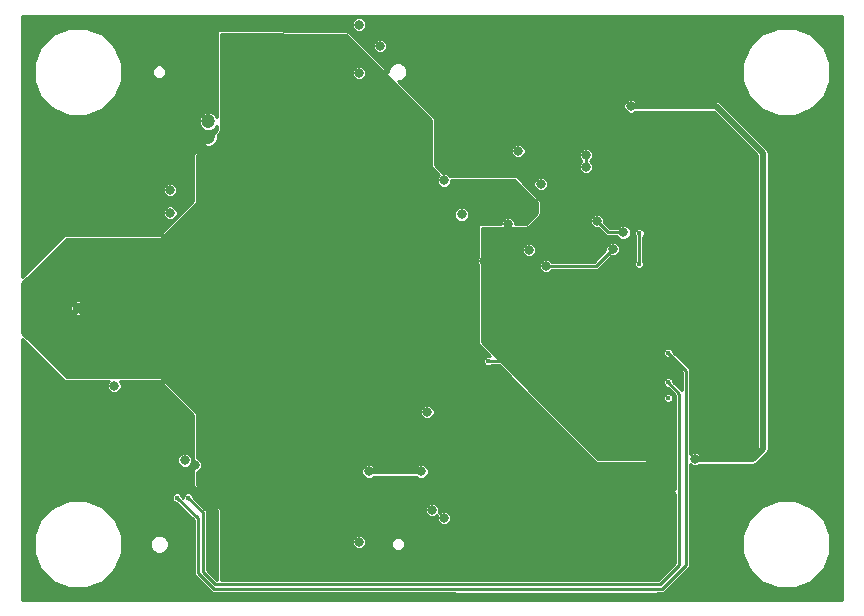
<source format=gbl>
From e1753aa3e0994796d0db7c77f835b1439eb1f3e5 Mon Sep 17 00:00:00 2001
From: jaseg <git-bigdata-wsl-arch@jaseg.de>
Date: Wed, 17 Feb 2021 20:05:32 +0100
Subject: v0.3

---
 frontend_board/gerber.out/frontend_board-B.Cu.gbl | 2268 ---------------------
 1 file changed, 2268 deletions(-)
 delete mode 100644 frontend_board/gerber.out/frontend_board-B.Cu.gbl

(limited to 'frontend_board/gerber.out/frontend_board-B.Cu.gbl')

diff --git a/frontend_board/gerber.out/frontend_board-B.Cu.gbl b/frontend_board/gerber.out/frontend_board-B.Cu.gbl
deleted file mode 100644
index 07bdb2b..0000000
--- a/frontend_board/gerber.out/frontend_board-B.Cu.gbl
+++ /dev/null
@@ -1,2268 +0,0 @@
-G04 #@! TF.GenerationSoftware,KiCad,Pcbnew,(5.0.1)*
-G04 #@! TF.CreationDate,2018-11-27T11:23:15+09:00*
-G04 #@! TF.ProjectId,frontend_board,66726F6E74656E645F626F6172642E6B,rev?*
-G04 #@! TF.SameCoordinates,Original*
-G04 #@! TF.FileFunction,Copper,L4,Bot,Signal*
-G04 #@! TF.FilePolarity,Positive*
-%FSLAX46Y46*%
-G04 Gerber Fmt 4.6, Leading zero omitted, Abs format (unit mm)*
-G04 Created by KiCad (PCBNEW (5.0.1)) date Tue Nov 27 11:23:15 2018*
-%MOMM*%
-%LPD*%
-G01*
-G04 APERTURE LIST*
-G04 #@! TA.AperFunction,ComponentPad*
-%ADD10C,0.900000*%
-G04 #@! TD*
-G04 #@! TA.AperFunction,ViaPad*
-%ADD11C,0.800000*%
-G04 #@! TD*
-G04 #@! TA.AperFunction,ViaPad*
-%ADD12C,0.450000*%
-G04 #@! TD*
-G04 #@! TA.AperFunction,ViaPad*
-%ADD13C,1.200000*%
-G04 #@! TD*
-G04 #@! TA.AperFunction,Conductor*
-%ADD14C,0.508000*%
-G04 #@! TD*
-G04 #@! TA.AperFunction,Conductor*
-%ADD15C,0.254000*%
-G04 #@! TD*
-G04 APERTURE END LIST*
-D10*
-G04 #@! TO.P,REF\002A\002A,1*
-G04 #@! TO.N,VSSA*
-X115000000Y-115000000D03*
-G04 #@! TD*
-D11*
-G04 #@! TO.N,*
-X140600000Y-92800000D03*
-X152300000Y-101700000D03*
-G04 #@! TO.N,VDDA*
-X122837552Y-106937552D03*
-X145000000Y-132100000D03*
-X138800000Y-134800000D03*
-X146000000Y-132800000D03*
-X138800000Y-95100000D03*
-X154200000Y-104500000D03*
-X147500000Y-107074600D03*
-X138800000Y-91000000D03*
-X146000000Y-104200000D03*
-X144600000Y-123800000D03*
-G04 #@! TO.N,VSSA*
-X122800000Y-105000000D03*
-X156500000Y-135725000D03*
-X156500000Y-133400000D03*
-X145775000Y-137175000D03*
-X147000000Y-132000000D03*
-D12*
-X144475000Y-100375000D03*
-D13*
-X142100000Y-137175000D03*
-D12*
-X127600000Y-135625000D03*
-X129200000Y-135625000D03*
-X130800000Y-135625000D03*
-X132400000Y-135625000D03*
-X134000000Y-135625000D03*
-X135600000Y-135625000D03*
-X137200000Y-135625000D03*
-X128400000Y-94500000D03*
-X130000000Y-94500000D03*
-X131600000Y-94500000D03*
-X133200000Y-94500000D03*
-X134800000Y-94500000D03*
-X136400000Y-94500000D03*
-X137550000Y-94500000D03*
-D11*
-X139900000Y-95100000D03*
-X122300000Y-115000000D03*
-X146300000Y-110900000D03*
-X147700000Y-110900000D03*
-X154000000Y-126600000D03*
-X156500000Y-134600000D03*
-X144000000Y-135000000D03*
-X139600000Y-131000000D03*
-X139600000Y-99000000D03*
-X151600000Y-121800000D03*
-X151600000Y-128800000D03*
-X150000000Y-128800000D03*
-X148000000Y-125600000D03*
-X146400000Y-122400000D03*
-D12*
-X141750000Y-103000000D03*
-X152750000Y-107250000D03*
-X151500000Y-104500000D03*
-X150250000Y-107000000D03*
-X150250000Y-104500000D03*
-X149000000Y-104500000D03*
-X147500000Y-104500000D03*
-X146250000Y-107750000D03*
-X144500000Y-119250000D03*
-X147000000Y-119250000D03*
-X146000000Y-119250000D03*
-D11*
-G04 #@! TO.N,GNDD*
-X118100000Y-123000000D03*
-X124900000Y-128300000D03*
-D13*
-X126054000Y-100527003D03*
-D11*
-X162800000Y-101400000D03*
-X159800000Y-101600000D03*
-X150600000Y-99700000D03*
-X154700000Y-103000000D03*
-X151417448Y-107917448D03*
-X149400000Y-111000000D03*
-X154400000Y-108100000D03*
-D12*
-X149750000Y-119500000D03*
-X154000000Y-118750000D03*
-D13*
-X166750000Y-103500000D03*
-X179000000Y-103500000D03*
-D11*
-G04 #@! TO.N,VDD*
-X118100000Y-121600000D03*
-X158025000Y-102075000D03*
-X158025000Y-103075000D03*
-D12*
-X165000000Y-122625000D03*
-D13*
-X126054000Y-99200000D03*
-D11*
-X124054000Y-127900000D03*
-X153200000Y-110100000D03*
-G04 #@! TO.N,+BATT*
-X167275000Y-127800000D03*
-X161825000Y-97925000D03*
-G04 #@! TO.N,/BIAS*
-X139637552Y-128837448D03*
-X144087448Y-128837448D03*
-G04 #@! TO.N,/ADS_GPIO1*
-X158975000Y-107649998D03*
-X161200000Y-108600000D03*
-D12*
-G04 #@! TO.N,/ADS_SCLK_DR*
-X162550000Y-108650000D03*
-X162525000Y-111250000D03*
-D11*
-G04 #@! TO.N,/ADS_NDRDY_DR*
-X154675000Y-111450000D03*
-X160300000Y-110000000D03*
-D12*
-G04 #@! TO.N,/SDA_PT*
-X123400000Y-131050000D03*
-X165000000Y-118800000D03*
-G04 #@! TO.N,/SCL_PT*
-X165000000Y-121300000D03*
-X124357202Y-131050000D03*
-G04 #@! TD*
-D14*
-G04 #@! TO.N,VSSA*
-X141750000Y-103000000D02*
-X141850000Y-103000000D01*
-X141850000Y-103000000D02*
-X144475000Y-100375000D01*
-X137200000Y-135625000D02*
-X140550000Y-135625000D01*
-X140550000Y-135625000D02*
-X142100000Y-137175000D01*
-X129200000Y-135625000D02*
-X127600000Y-135625000D01*
-X132400000Y-135625000D02*
-X130800000Y-135625000D01*
-X135600000Y-135625000D02*
-X134000000Y-135625000D01*
-X130000000Y-94500000D02*
-X128400000Y-94500000D01*
-X133200000Y-94500000D02*
-X131600000Y-94500000D01*
-X136400000Y-94500000D02*
-X134800000Y-94500000D01*
-D15*
-X115000000Y-115000000D02*
-X122300000Y-115000000D01*
-G04 #@! TO.N,GNDD*
-X149750000Y-119500000D02*
-X153250000Y-119500000D01*
-X153250000Y-119500000D02*
-X154000000Y-118750000D01*
-G04 #@! TO.N,VDD*
-X158025000Y-103075000D02*
-X158025000Y-102075000D01*
-D14*
-G04 #@! TO.N,+BATT*
-X173025000Y-126950000D02*
-X172175000Y-127800000D01*
-X172175000Y-127800000D02*
-X167275000Y-127800000D01*
-X173025000Y-101875000D02*
-X173025000Y-126950000D01*
-X169075000Y-97925000D02*
-X173025000Y-101875000D01*
-X161825000Y-97925000D02*
-X169075000Y-97925000D01*
-G04 #@! TO.N,/BIAS*
-X144087448Y-128837448D02*
-X139637552Y-128837448D01*
-D15*
-G04 #@! TO.N,/ADS_GPIO1*
-X159374999Y-108049997D02*
-X158975000Y-107649998D01*
-X159925002Y-108600000D02*
-X159374999Y-108049997D01*
-X161200000Y-108600000D02*
-X159925002Y-108600000D01*
-G04 #@! TO.N,/ADS_SCLK_DR*
-X162525000Y-111250000D02*
-X162525000Y-108675000D01*
-X162525000Y-108675000D02*
-X162550000Y-108650000D01*
-G04 #@! TO.N,/ADS_NDRDY_DR*
-X160300000Y-110000000D02*
-X158850000Y-111450000D01*
-X158850000Y-111450000D02*
-X154675000Y-111450000D01*
-G04 #@! TO.N,/SDA_PT*
-X125150000Y-137438829D02*
-X125150000Y-132800000D01*
-X125150000Y-132800000D02*
-X123400000Y-131050000D01*
-X164438828Y-138800000D02*
-X126511171Y-138800000D01*
-X126511171Y-138800000D02*
-X125150000Y-137438829D01*
-X166500000Y-120300000D02*
-X166500000Y-136738828D01*
-X166500000Y-136738828D02*
-X164438828Y-138800000D01*
-X165000000Y-118800000D02*
-X166500000Y-120300000D01*
-G04 #@! TO.N,/SCL_PT*
-X165950000Y-136750000D02*
-X165950000Y-122250000D01*
-X165950000Y-122250000D02*
-X165000000Y-121300000D01*
-X164300000Y-138400000D02*
-X165950000Y-136750000D01*
-X126650000Y-138400000D02*
-X164300000Y-138400000D01*
-X125600000Y-137350000D02*
-X126650000Y-138400000D01*
-X125600000Y-132292798D02*
-X125600000Y-137350000D01*
-X124357202Y-131050000D02*
-X125600000Y-132292798D01*
-G04 #@! TD*
-G04 #@! TO.N,VSSA*
-G36*
-X137746908Y-91926514D02*
-X144873000Y-99052606D01*
-X144873000Y-103000000D01*
-X144882667Y-103048601D01*
-X144910197Y-103089803D01*
-X145574620Y-103754226D01*
-X145477781Y-103851064D01*
-X145384000Y-104077470D01*
-X145384000Y-104322530D01*
-X145477781Y-104548936D01*
-X145651064Y-104722219D01*
-X145877470Y-104816000D01*
-X146122530Y-104816000D01*
-X146348936Y-104722219D01*
-X146522219Y-104548936D01*
-X146616000Y-104322530D01*
-X146616000Y-104127000D01*
-X151947394Y-104127000D01*
-X153873000Y-106052606D01*
-X153873000Y-106947394D01*
-X152947394Y-107873000D01*
-X152033448Y-107873000D01*
-X152033448Y-107794918D01*
-X151939667Y-107568512D01*
-X151766384Y-107395229D01*
-X151539978Y-107301448D01*
-X151294918Y-107301448D01*
-X151068512Y-107395229D01*
-X150895229Y-107568512D01*
-X150801448Y-107794918D01*
-X150801448Y-107873000D01*
-X149000000Y-107873000D01*
-X148951399Y-107882667D01*
-X148910197Y-107910197D01*
-X148882667Y-107951399D01*
-X148873000Y-108000000D01*
-X148873000Y-110662606D01*
-X148784000Y-110877470D01*
-X148784000Y-111122530D01*
-X148873000Y-111337394D01*
-X148873000Y-118000000D01*
-X148882667Y-118048601D01*
-X148910197Y-118089803D01*
-X149908861Y-119088467D01*
-X149837720Y-119059000D01*
-X149662280Y-119059000D01*
-X149500193Y-119126138D01*
-X149376138Y-119250193D01*
-X149309000Y-119412280D01*
-X149309000Y-119587720D01*
-X149376138Y-119749807D01*
-X149500193Y-119873862D01*
-X149662280Y-119941000D01*
-X149837720Y-119941000D01*
-X149999807Y-119873862D01*
-X150030669Y-119843000D01*
-X150663394Y-119843000D01*
-X158910197Y-128089803D01*
-X158951399Y-128117333D01*
-X159000000Y-128127000D01*
-X162947394Y-128127000D01*
-X165607000Y-130786606D01*
-X165607000Y-136607924D01*
-X164157926Y-138057000D01*
-X127127000Y-138057000D01*
-X127127000Y-134677470D01*
-X138184000Y-134677470D01*
-X138184000Y-134922530D01*
-X138277781Y-135148936D01*
-X138451064Y-135322219D01*
-X138677470Y-135416000D01*
-X138922530Y-135416000D01*
-X139148936Y-135322219D01*
-X139322219Y-135148936D01*
-X139416000Y-134922530D01*
-X139416000Y-134877470D01*
-X141484000Y-134877470D01*
-X141484000Y-135122530D01*
-X141577781Y-135348936D01*
-X141751064Y-135522219D01*
-X141977470Y-135616000D01*
-X142222530Y-135616000D01*
-X142448936Y-135522219D01*
-X142622219Y-135348936D01*
-X142716000Y-135122530D01*
-X142716000Y-134877470D01*
-X142622219Y-134651064D01*
-X142448936Y-134477781D01*
-X142222530Y-134384000D01*
-X141977470Y-134384000D01*
-X141751064Y-134477781D01*
-X141577781Y-134651064D01*
-X141484000Y-134877470D01*
-X139416000Y-134877470D01*
-X139416000Y-134677470D01*
-X139322219Y-134451064D01*
-X139148936Y-134277781D01*
-X138922530Y-134184000D01*
-X138677470Y-134184000D01*
-X138451064Y-134277781D01*
-X138277781Y-134451064D01*
-X138184000Y-134677470D01*
-X127127000Y-134677470D01*
-X127127000Y-132000000D01*
-X127122519Y-131977470D01*
-X144384000Y-131977470D01*
-X144384000Y-132222530D01*
-X144477781Y-132448936D01*
-X144651064Y-132622219D01*
-X144877470Y-132716000D01*
-X145122530Y-132716000D01*
-X145348936Y-132622219D01*
-X145447863Y-132523292D01*
-X145384000Y-132677470D01*
-X145384000Y-132922530D01*
-X145477781Y-133148936D01*
-X145651064Y-133322219D01*
-X145877470Y-133416000D01*
-X146122530Y-133416000D01*
-X146348936Y-133322219D01*
-X146522219Y-133148936D01*
-X146616000Y-132922530D01*
-X146616000Y-132677470D01*
-X146522219Y-132451064D01*
-X146348936Y-132277781D01*
-X146122530Y-132184000D01*
-X145877470Y-132184000D01*
-X145651064Y-132277781D01*
-X145552137Y-132376708D01*
-X145616000Y-132222530D01*
-X145616000Y-131977470D01*
-X145522219Y-131751064D01*
-X145348936Y-131577781D01*
-X145122530Y-131484000D01*
-X144877470Y-131484000D01*
-X144651064Y-131577781D01*
-X144477781Y-131751064D01*
-X144384000Y-131977470D01*
-X127122519Y-131977470D01*
-X127117333Y-131951399D01*
-X127089803Y-131910197D01*
-X125127000Y-129947394D01*
-X125127000Y-128872727D01*
-X125248936Y-128822219D01*
-X125356237Y-128714918D01*
-X139021552Y-128714918D01*
-X139021552Y-128959978D01*
-X139115333Y-129186384D01*
-X139288616Y-129359667D01*
-X139515022Y-129453448D01*
-X139760082Y-129453448D01*
-X139986488Y-129359667D01*
-X140038707Y-129307448D01*
-X143686293Y-129307448D01*
-X143738512Y-129359667D01*
-X143964918Y-129453448D01*
-X144209978Y-129453448D01*
-X144436384Y-129359667D01*
-X144609667Y-129186384D01*
-X144703448Y-128959978D01*
-X144703448Y-128714918D01*
-X144609667Y-128488512D01*
-X144436384Y-128315229D01*
-X144209978Y-128221448D01*
-X143964918Y-128221448D01*
-X143738512Y-128315229D01*
-X143686293Y-128367448D01*
-X140038707Y-128367448D01*
-X139986488Y-128315229D01*
-X139760082Y-128221448D01*
-X139515022Y-128221448D01*
-X139288616Y-128315229D01*
-X139115333Y-128488512D01*
-X139021552Y-128714918D01*
-X125356237Y-128714918D01*
-X125422219Y-128648936D01*
-X125516000Y-128422530D01*
-X125516000Y-128177470D01*
-X125422219Y-127951064D01*
-X125248936Y-127777781D01*
-X125127000Y-127727273D01*
-X125127000Y-124000000D01*
-X125117333Y-123951399D01*
-X125089803Y-123910197D01*
-X124857076Y-123677470D01*
-X143984000Y-123677470D01*
-X143984000Y-123922530D01*
-X144077781Y-124148936D01*
-X144251064Y-124322219D01*
-X144477470Y-124416000D01*
-X144722530Y-124416000D01*
-X144948936Y-124322219D01*
-X145122219Y-124148936D01*
-X145216000Y-123922530D01*
-X145216000Y-123677470D01*
-X145122219Y-123451064D01*
-X144948936Y-123277781D01*
-X144722530Y-123184000D01*
-X144477470Y-123184000D01*
-X144251064Y-123277781D01*
-X144077781Y-123451064D01*
-X143984000Y-123677470D01*
-X124857076Y-123677470D01*
-X122089803Y-120910197D01*
-X122048601Y-120882667D01*
-X122000000Y-120873000D01*
-X114052606Y-120873000D01*
-X110291000Y-117111394D01*
-X110291000Y-115522559D01*
-X114657046Y-115522559D01*
-X114710654Y-115614317D01*
-X114967768Y-115678283D01*
-X115229789Y-115638986D01*
-X115289346Y-115614317D01*
-X115342954Y-115522559D01*
-X115000000Y-115179605D01*
-X114657046Y-115522559D01*
-X110291000Y-115522559D01*
-X110291000Y-114967768D01*
-X114321717Y-114967768D01*
-X114361014Y-115229789D01*
-X114385683Y-115289346D01*
-X114477441Y-115342954D01*
-X114820395Y-115000000D01*
-X115179605Y-115000000D01*
-X115522559Y-115342954D01*
-X115614317Y-115289346D01*
-X115678283Y-115032232D01*
-X115638986Y-114770211D01*
-X115614317Y-114710654D01*
-X115522559Y-114657046D01*
-X115179605Y-115000000D01*
-X114820395Y-115000000D01*
-X114477441Y-114657046D01*
-X114385683Y-114710654D01*
-X114321717Y-114967768D01*
-X110291000Y-114967768D01*
-X110291000Y-114477441D01*
-X114657046Y-114477441D01*
-X115000000Y-114820395D01*
-X115342954Y-114477441D01*
-X115289346Y-114385683D01*
-X115032232Y-114321717D01*
-X114770211Y-114361014D01*
-X114710654Y-114385683D01*
-X114657046Y-114477441D01*
-X110291000Y-114477441D01*
-X110291000Y-112888606D01*
-X114052606Y-109127000D01*
-X122000000Y-109127000D01*
-X122048601Y-109117333D01*
-X122089803Y-109089803D01*
-X124227536Y-106952070D01*
-X146884000Y-106952070D01*
-X146884000Y-107197130D01*
-X146977781Y-107423536D01*
-X147151064Y-107596819D01*
-X147377470Y-107690600D01*
-X147622530Y-107690600D01*
-X147848936Y-107596819D01*
-X148022219Y-107423536D01*
-X148116000Y-107197130D01*
-X148116000Y-106952070D01*
-X148022219Y-106725664D01*
-X147848936Y-106552381D01*
-X147622530Y-106458600D01*
-X147377470Y-106458600D01*
-X147151064Y-106552381D01*
-X146977781Y-106725664D01*
-X146884000Y-106952070D01*
-X124227536Y-106952070D01*
-X125089803Y-106089803D01*
-X125117333Y-106048601D01*
-X125127000Y-106000000D01*
-X125127000Y-102052606D01*
-X125852737Y-101326869D01*
-X125891688Y-101343003D01*
-X126216312Y-101343003D01*
-X126516227Y-101218774D01*
-X126745771Y-100989230D01*
-X126870000Y-100689315D01*
-X126870000Y-100364691D01*
-X126853866Y-100325740D01*
-X127089803Y-100089803D01*
-X127117333Y-100048601D01*
-X127127000Y-100000000D01*
-X127127000Y-94977470D01*
-X138184000Y-94977470D01*
-X138184000Y-95222530D01*
-X138277781Y-95448936D01*
-X138451064Y-95622219D01*
-X138677470Y-95716000D01*
-X138922530Y-95716000D01*
-X139148936Y-95622219D01*
-X139322219Y-95448936D01*
-X139416000Y-95222530D01*
-X139416000Y-94977470D01*
-X139322219Y-94751064D01*
-X139148936Y-94577781D01*
-X138922530Y-94484000D01*
-X138677470Y-94484000D01*
-X138451064Y-94577781D01*
-X138277781Y-94751064D01*
-X138184000Y-94977470D01*
-X127127000Y-94977470D01*
-X127127000Y-91828182D01*
-X137746908Y-91926514D01*
-X137746908Y-91926514D01*
-G37*
-X137746908Y-91926514D02*
-X144873000Y-99052606D01*
-X144873000Y-103000000D01*
-X144882667Y-103048601D01*
-X144910197Y-103089803D01*
-X145574620Y-103754226D01*
-X145477781Y-103851064D01*
-X145384000Y-104077470D01*
-X145384000Y-104322530D01*
-X145477781Y-104548936D01*
-X145651064Y-104722219D01*
-X145877470Y-104816000D01*
-X146122530Y-104816000D01*
-X146348936Y-104722219D01*
-X146522219Y-104548936D01*
-X146616000Y-104322530D01*
-X146616000Y-104127000D01*
-X151947394Y-104127000D01*
-X153873000Y-106052606D01*
-X153873000Y-106947394D01*
-X152947394Y-107873000D01*
-X152033448Y-107873000D01*
-X152033448Y-107794918D01*
-X151939667Y-107568512D01*
-X151766384Y-107395229D01*
-X151539978Y-107301448D01*
-X151294918Y-107301448D01*
-X151068512Y-107395229D01*
-X150895229Y-107568512D01*
-X150801448Y-107794918D01*
-X150801448Y-107873000D01*
-X149000000Y-107873000D01*
-X148951399Y-107882667D01*
-X148910197Y-107910197D01*
-X148882667Y-107951399D01*
-X148873000Y-108000000D01*
-X148873000Y-110662606D01*
-X148784000Y-110877470D01*
-X148784000Y-111122530D01*
-X148873000Y-111337394D01*
-X148873000Y-118000000D01*
-X148882667Y-118048601D01*
-X148910197Y-118089803D01*
-X149908861Y-119088467D01*
-X149837720Y-119059000D01*
-X149662280Y-119059000D01*
-X149500193Y-119126138D01*
-X149376138Y-119250193D01*
-X149309000Y-119412280D01*
-X149309000Y-119587720D01*
-X149376138Y-119749807D01*
-X149500193Y-119873862D01*
-X149662280Y-119941000D01*
-X149837720Y-119941000D01*
-X149999807Y-119873862D01*
-X150030669Y-119843000D01*
-X150663394Y-119843000D01*
-X158910197Y-128089803D01*
-X158951399Y-128117333D01*
-X159000000Y-128127000D01*
-X162947394Y-128127000D01*
-X165607000Y-130786606D01*
-X165607000Y-136607924D01*
-X164157926Y-138057000D01*
-X127127000Y-138057000D01*
-X127127000Y-134677470D01*
-X138184000Y-134677470D01*
-X138184000Y-134922530D01*
-X138277781Y-135148936D01*
-X138451064Y-135322219D01*
-X138677470Y-135416000D01*
-X138922530Y-135416000D01*
-X139148936Y-135322219D01*
-X139322219Y-135148936D01*
-X139416000Y-134922530D01*
-X139416000Y-134877470D01*
-X141484000Y-134877470D01*
-X141484000Y-135122530D01*
-X141577781Y-135348936D01*
-X141751064Y-135522219D01*
-X141977470Y-135616000D01*
-X142222530Y-135616000D01*
-X142448936Y-135522219D01*
-X142622219Y-135348936D01*
-X142716000Y-135122530D01*
-X142716000Y-134877470D01*
-X142622219Y-134651064D01*
-X142448936Y-134477781D01*
-X142222530Y-134384000D01*
-X141977470Y-134384000D01*
-X141751064Y-134477781D01*
-X141577781Y-134651064D01*
-X141484000Y-134877470D01*
-X139416000Y-134877470D01*
-X139416000Y-134677470D01*
-X139322219Y-134451064D01*
-X139148936Y-134277781D01*
-X138922530Y-134184000D01*
-X138677470Y-134184000D01*
-X138451064Y-134277781D01*
-X138277781Y-134451064D01*
-X138184000Y-134677470D01*
-X127127000Y-134677470D01*
-X127127000Y-132000000D01*
-X127122519Y-131977470D01*
-X144384000Y-131977470D01*
-X144384000Y-132222530D01*
-X144477781Y-132448936D01*
-X144651064Y-132622219D01*
-X144877470Y-132716000D01*
-X145122530Y-132716000D01*
-X145348936Y-132622219D01*
-X145447863Y-132523292D01*
-X145384000Y-132677470D01*
-X145384000Y-132922530D01*
-X145477781Y-133148936D01*
-X145651064Y-133322219D01*
-X145877470Y-133416000D01*
-X146122530Y-133416000D01*
-X146348936Y-133322219D01*
-X146522219Y-133148936D01*
-X146616000Y-132922530D01*
-X146616000Y-132677470D01*
-X146522219Y-132451064D01*
-X146348936Y-132277781D01*
-X146122530Y-132184000D01*
-X145877470Y-132184000D01*
-X145651064Y-132277781D01*
-X145552137Y-132376708D01*
-X145616000Y-132222530D01*
-X145616000Y-131977470D01*
-X145522219Y-131751064D01*
-X145348936Y-131577781D01*
-X145122530Y-131484000D01*
-X144877470Y-131484000D01*
-X144651064Y-131577781D01*
-X144477781Y-131751064D01*
-X144384000Y-131977470D01*
-X127122519Y-131977470D01*
-X127117333Y-131951399D01*
-X127089803Y-131910197D01*
-X125127000Y-129947394D01*
-X125127000Y-128872727D01*
-X125248936Y-128822219D01*
-X125356237Y-128714918D01*
-X139021552Y-128714918D01*
-X139021552Y-128959978D01*
-X139115333Y-129186384D01*
-X139288616Y-129359667D01*
-X139515022Y-129453448D01*
-X139760082Y-129453448D01*
-X139986488Y-129359667D01*
-X140038707Y-129307448D01*
-X143686293Y-129307448D01*
-X143738512Y-129359667D01*
-X143964918Y-129453448D01*
-X144209978Y-129453448D01*
-X144436384Y-129359667D01*
-X144609667Y-129186384D01*
-X144703448Y-128959978D01*
-X144703448Y-128714918D01*
-X144609667Y-128488512D01*
-X144436384Y-128315229D01*
-X144209978Y-128221448D01*
-X143964918Y-128221448D01*
-X143738512Y-128315229D01*
-X143686293Y-128367448D01*
-X140038707Y-128367448D01*
-X139986488Y-128315229D01*
-X139760082Y-128221448D01*
-X139515022Y-128221448D01*
-X139288616Y-128315229D01*
-X139115333Y-128488512D01*
-X139021552Y-128714918D01*
-X125356237Y-128714918D01*
-X125422219Y-128648936D01*
-X125516000Y-128422530D01*
-X125516000Y-128177470D01*
-X125422219Y-127951064D01*
-X125248936Y-127777781D01*
-X125127000Y-127727273D01*
-X125127000Y-124000000D01*
-X125117333Y-123951399D01*
-X125089803Y-123910197D01*
-X124857076Y-123677470D01*
-X143984000Y-123677470D01*
-X143984000Y-123922530D01*
-X144077781Y-124148936D01*
-X144251064Y-124322219D01*
-X144477470Y-124416000D01*
-X144722530Y-124416000D01*
-X144948936Y-124322219D01*
-X145122219Y-124148936D01*
-X145216000Y-123922530D01*
-X145216000Y-123677470D01*
-X145122219Y-123451064D01*
-X144948936Y-123277781D01*
-X144722530Y-123184000D01*
-X144477470Y-123184000D01*
-X144251064Y-123277781D01*
-X144077781Y-123451064D01*
-X143984000Y-123677470D01*
-X124857076Y-123677470D01*
-X122089803Y-120910197D01*
-X122048601Y-120882667D01*
-X122000000Y-120873000D01*
-X114052606Y-120873000D01*
-X110291000Y-117111394D01*
-X110291000Y-115522559D01*
-X114657046Y-115522559D01*
-X114710654Y-115614317D01*
-X114967768Y-115678283D01*
-X115229789Y-115638986D01*
-X115289346Y-115614317D01*
-X115342954Y-115522559D01*
-X115000000Y-115179605D01*
-X114657046Y-115522559D01*
-X110291000Y-115522559D01*
-X110291000Y-114967768D01*
-X114321717Y-114967768D01*
-X114361014Y-115229789D01*
-X114385683Y-115289346D01*
-X114477441Y-115342954D01*
-X114820395Y-115000000D01*
-X115179605Y-115000000D01*
-X115522559Y-115342954D01*
-X115614317Y-115289346D01*
-X115678283Y-115032232D01*
-X115638986Y-114770211D01*
-X115614317Y-114710654D01*
-X115522559Y-114657046D01*
-X115179605Y-115000000D01*
-X114820395Y-115000000D01*
-X114477441Y-114657046D01*
-X114385683Y-114710654D01*
-X114321717Y-114967768D01*
-X110291000Y-114967768D01*
-X110291000Y-114477441D01*
-X114657046Y-114477441D01*
-X115000000Y-114820395D01*
-X115342954Y-114477441D01*
-X115289346Y-114385683D01*
-X115032232Y-114321717D01*
-X114770211Y-114361014D01*
-X114710654Y-114385683D01*
-X114657046Y-114477441D01*
-X110291000Y-114477441D01*
-X110291000Y-112888606D01*
-X114052606Y-109127000D01*
-X122000000Y-109127000D01*
-X122048601Y-109117333D01*
-X122089803Y-109089803D01*
-X124227536Y-106952070D01*
-X146884000Y-106952070D01*
-X146884000Y-107197130D01*
-X146977781Y-107423536D01*
-X147151064Y-107596819D01*
-X147377470Y-107690600D01*
-X147622530Y-107690600D01*
-X147848936Y-107596819D01*
-X148022219Y-107423536D01*
-X148116000Y-107197130D01*
-X148116000Y-106952070D01*
-X148022219Y-106725664D01*
-X147848936Y-106552381D01*
-X147622530Y-106458600D01*
-X147377470Y-106458600D01*
-X147151064Y-106552381D01*
-X146977781Y-106725664D01*
-X146884000Y-106952070D01*
-X124227536Y-106952070D01*
-X125089803Y-106089803D01*
-X125117333Y-106048601D01*
-X125127000Y-106000000D01*
-X125127000Y-102052606D01*
-X125852737Y-101326869D01*
-X125891688Y-101343003D01*
-X126216312Y-101343003D01*
-X126516227Y-101218774D01*
-X126745771Y-100989230D01*
-X126870000Y-100689315D01*
-X126870000Y-100364691D01*
-X126853866Y-100325740D01*
-X127089803Y-100089803D01*
-X127117333Y-100048601D01*
-X127127000Y-100000000D01*
-X127127000Y-94977470D01*
-X138184000Y-94977470D01*
-X138184000Y-95222530D01*
-X138277781Y-95448936D01*
-X138451064Y-95622219D01*
-X138677470Y-95716000D01*
-X138922530Y-95716000D01*
-X139148936Y-95622219D01*
-X139322219Y-95448936D01*
-X139416000Y-95222530D01*
-X139416000Y-94977470D01*
-X139322219Y-94751064D01*
-X139148936Y-94577781D01*
-X138922530Y-94484000D01*
-X138677470Y-94484000D01*
-X138451064Y-94577781D01*
-X138277781Y-94751064D01*
-X138184000Y-94977470D01*
-X127127000Y-94977470D01*
-X127127000Y-91828182D01*
-X137746908Y-91926514D01*
-G04 #@! TO.N,GNDD*
-G36*
-X179709000Y-139709000D02*
-X110291000Y-139709000D01*
-X110291000Y-134258654D01*
-X111273000Y-134258654D01*
-X111273000Y-135741346D01*
-X111840402Y-137111176D01*
-X112888824Y-138159598D01*
-X114258654Y-138727000D01*
-X115741346Y-138727000D01*
-X117111176Y-138159598D01*
-X118159598Y-137111176D01*
-X118727000Y-135741346D01*
-X118727000Y-134837688D01*
-X121084000Y-134837688D01*
-X121084000Y-135162312D01*
-X121208229Y-135462227D01*
-X121437773Y-135691771D01*
-X121737688Y-135816000D01*
-X122062312Y-135816000D01*
-X122362227Y-135691771D01*
-X122591771Y-135462227D01*
-X122716000Y-135162312D01*
-X122716000Y-134837688D01*
-X122591771Y-134537773D01*
-X122362227Y-134308229D01*
-X122062312Y-134184000D01*
-X121737688Y-134184000D01*
-X121437773Y-134308229D01*
-X121208229Y-134537773D01*
-X121084000Y-134837688D01*
-X118727000Y-134837688D01*
-X118727000Y-134258654D01*
-X118159598Y-132888824D01*
-X117111176Y-131840402D01*
-X115741346Y-131273000D01*
-X114258654Y-131273000D01*
-X112888824Y-131840402D01*
-X111840402Y-132888824D01*
-X111273000Y-134258654D01*
-X110291000Y-134258654D01*
-X110291000Y-127777470D01*
-X123438000Y-127777470D01*
-X123438000Y-128022530D01*
-X123531781Y-128248936D01*
-X123705064Y-128422219D01*
-X123931470Y-128516000D01*
-X124176530Y-128516000D01*
-X124402936Y-128422219D01*
-X124576219Y-128248936D01*
-X124670000Y-128022530D01*
-X124670000Y-127777470D01*
-X124576219Y-127551064D01*
-X124402936Y-127377781D01*
-X124176530Y-127284000D01*
-X123931470Y-127284000D01*
-X123705064Y-127377781D01*
-X123531781Y-127551064D01*
-X123438000Y-127777470D01*
-X110291000Y-127777470D01*
-X110291000Y-117596470D01*
-X113847265Y-121152735D01*
-X113917340Y-121199558D01*
-X114000000Y-121216000D01*
-X117612845Y-121216000D01*
-X117577781Y-121251064D01*
-X117484000Y-121477470D01*
-X117484000Y-121722530D01*
-X117577781Y-121948936D01*
-X117751064Y-122122219D01*
-X117977470Y-122216000D01*
-X118222530Y-122216000D01*
-X118448936Y-122122219D01*
-X118622219Y-121948936D01*
-X118716000Y-121722530D01*
-X118716000Y-121477470D01*
-X118622219Y-121251064D01*
-X118587155Y-121216000D01*
-X121910530Y-121216000D01*
-X124784000Y-124089470D01*
-X124784000Y-130000000D01*
-X124800442Y-130082660D01*
-X124847265Y-130152735D01*
-X126784000Y-132089470D01*
-X126784000Y-138048924D01*
-X125943000Y-137207926D01*
-X125943000Y-132326576D01*
-X125949719Y-132292798D01*
-X125923098Y-132158966D01*
-X125866422Y-132074145D01*
-X125847288Y-132045509D01*
-X125818652Y-132026375D01*
-X124798202Y-131005926D01*
-X124798202Y-130962280D01*
-X124731064Y-130800193D01*
-X124607009Y-130676138D01*
-X124444922Y-130609000D01*
-X124269482Y-130609000D01*
-X124107395Y-130676138D01*
-X123983340Y-130800193D01*
-X123916202Y-130962280D01*
-X123916202Y-131081128D01*
-X123841000Y-131005926D01*
-X123841000Y-130962280D01*
-X123773862Y-130800193D01*
-X123649807Y-130676138D01*
-X123487720Y-130609000D01*
-X123312280Y-130609000D01*
-X123150193Y-130676138D01*
-X123026138Y-130800193D01*
-X122959000Y-130962280D01*
-X122959000Y-131137720D01*
-X123026138Y-131299807D01*
-X123150193Y-131423862D01*
-X123312280Y-131491000D01*
-X123355926Y-131491000D01*
-X124807001Y-132942076D01*
-X124807000Y-137405051D01*
-X124800281Y-137438829D01*
-X124807000Y-137472606D01*
-X124826902Y-137572660D01*
-X124902711Y-137686117D01*
-X124931350Y-137705253D01*
-X126244746Y-139018650D01*
-X126263882Y-139047289D01*
-X126377339Y-139123098D01*
-X126477393Y-139143000D01*
-X126511170Y-139149719D01*
-X126544947Y-139143000D01*
-X146837530Y-139143000D01*
-X146847265Y-139152735D01*
-X146917340Y-139199558D01*
-X147000000Y-139216000D01*
-X164000000Y-139216000D01*
-X164082660Y-139199558D01*
-X164152735Y-139152735D01*
-X164162470Y-139143000D01*
-X164405050Y-139143000D01*
-X164438828Y-139149719D01*
-X164472606Y-139143000D01*
-X164572660Y-139123098D01*
-X164686117Y-139047289D01*
-X164705254Y-139018648D01*
-X166718650Y-137005253D01*
-X166747289Y-136986117D01*
-X166823098Y-136872660D01*
-X166843000Y-136772606D01*
-X166849719Y-136738829D01*
-X166843000Y-136705051D01*
-X166843000Y-134258654D01*
-X171273000Y-134258654D01*
-X171273000Y-135741346D01*
-X171840402Y-137111176D01*
-X172888824Y-138159598D01*
-X174258654Y-138727000D01*
-X175741346Y-138727000D01*
-X177111176Y-138159598D01*
-X178159598Y-137111176D01*
-X178727000Y-135741346D01*
-X178727000Y-134258654D01*
-X178159598Y-132888824D01*
-X177111176Y-131840402D01*
-X175741346Y-131273000D01*
-X174258654Y-131273000D01*
-X172888824Y-131840402D01*
-X171840402Y-132888824D01*
-X171273000Y-134258654D01*
-X166843000Y-134258654D01*
-X166843000Y-128239155D01*
-X166926064Y-128322219D01*
-X167152470Y-128416000D01*
-X167397530Y-128416000D01*
-X167623936Y-128322219D01*
-X167676155Y-128270000D01*
-X172128713Y-128270000D01*
-X172175000Y-128279207D01*
-X172221287Y-128270000D01*
-X172358385Y-128242730D01*
-X172513851Y-128138851D01*
-X172540073Y-128099607D01*
-X173324610Y-127315071D01*
-X173363851Y-127288851D01*
-X173467730Y-127133385D01*
-X173469951Y-127122219D01*
-X173504208Y-126950000D01*
-X173495000Y-126903709D01*
-X173495000Y-101921287D01*
-X173504207Y-101875000D01*
-X173467730Y-101691615D01*
-X173363851Y-101536149D01*
-X173324611Y-101509930D01*
-X169440073Y-97625393D01*
-X169413851Y-97586149D01*
-X169258385Y-97482270D01*
-X169121287Y-97455000D01*
-X169075000Y-97445793D01*
-X169028713Y-97455000D01*
-X162226155Y-97455000D01*
-X162173936Y-97402781D01*
-X161947530Y-97309000D01*
-X161702470Y-97309000D01*
-X161476064Y-97402781D01*
-X161302781Y-97576064D01*
-X161209000Y-97802470D01*
-X161209000Y-98047530D01*
-X161302781Y-98273936D01*
-X161476064Y-98447219D01*
-X161702470Y-98541000D01*
-X161947530Y-98541000D01*
-X162173936Y-98447219D01*
-X162226155Y-98395000D01*
-X168880320Y-98395000D01*
-X172555000Y-102069681D01*
-X172555001Y-126755318D01*
-X171980320Y-127330000D01*
-X167676155Y-127330000D01*
-X167623936Y-127277781D01*
-X167397530Y-127184000D01*
-X167152470Y-127184000D01*
-X166926064Y-127277781D01*
-X166843000Y-127360845D01*
-X166843000Y-120333777D01*
-X166849719Y-120299999D01*
-X166823098Y-120166168D01*
-X166766422Y-120081346D01*
-X166766420Y-120081344D01*
-X166747288Y-120052711D01*
-X166718655Y-120033579D01*
-X165441000Y-118755926D01*
-X165441000Y-118712280D01*
-X165373862Y-118550193D01*
-X165249807Y-118426138D01*
-X165087720Y-118359000D01*
-X164912280Y-118359000D01*
-X164750193Y-118426138D01*
-X164626138Y-118550193D01*
-X164559000Y-118712280D01*
-X164559000Y-118887720D01*
-X164626138Y-119049807D01*
-X164750193Y-119173862D01*
-X164912280Y-119241000D01*
-X164955926Y-119241000D01*
-X166157000Y-120442076D01*
-X166157000Y-121971925D01*
-X165441000Y-121255926D01*
-X165441000Y-121212280D01*
-X165373862Y-121050193D01*
-X165249807Y-120926138D01*
-X165087720Y-120859000D01*
-X164912280Y-120859000D01*
-X164750193Y-120926138D01*
-X164626138Y-121050193D01*
-X164559000Y-121212280D01*
-X164559000Y-121387720D01*
-X164626138Y-121549807D01*
-X164750193Y-121673862D01*
-X164912280Y-121741000D01*
-X164955926Y-121741000D01*
-X165607001Y-122392076D01*
-X165607000Y-130301530D01*
-X163152735Y-127847265D01*
-X163082660Y-127800442D01*
-X163000000Y-127784000D01*
-X159089470Y-127784000D01*
-X153842750Y-122537280D01*
-X164559000Y-122537280D01*
-X164559000Y-122712720D01*
-X164626138Y-122874807D01*
-X164750193Y-122998862D01*
-X164912280Y-123066000D01*
-X165087720Y-123066000D01*
-X165249807Y-122998862D01*
-X165373862Y-122874807D01*
-X165441000Y-122712720D01*
-X165441000Y-122537280D01*
-X165373862Y-122375193D01*
-X165249807Y-122251138D01*
-X165087720Y-122184000D01*
-X164912280Y-122184000D01*
-X164750193Y-122251138D01*
-X164626138Y-122375193D01*
-X164559000Y-122537280D01*
-X153842750Y-122537280D01*
-X149216000Y-117910530D01*
-X149216000Y-111327470D01*
-X154059000Y-111327470D01*
-X154059000Y-111572530D01*
-X154152781Y-111798936D01*
-X154326064Y-111972219D01*
-X154552470Y-112066000D01*
-X154797530Y-112066000D01*
-X155023936Y-111972219D01*
-X155197219Y-111798936D01*
-X155199678Y-111793000D01*
-X158816222Y-111793000D01*
-X158850000Y-111799719D01*
-X158883778Y-111793000D01*
-X158983832Y-111773098D01*
-X159097289Y-111697289D01*
-X159116426Y-111668648D01*
-X159622794Y-111162280D01*
-X162084000Y-111162280D01*
-X162084000Y-111337720D01*
-X162151138Y-111499807D01*
-X162275193Y-111623862D01*
-X162437280Y-111691000D01*
-X162612720Y-111691000D01*
-X162774807Y-111623862D01*
-X162898862Y-111499807D01*
-X162966000Y-111337720D01*
-X162966000Y-111162280D01*
-X162898862Y-111000193D01*
-X162868000Y-110969331D01*
-X162868000Y-108955669D01*
-X162923862Y-108899807D01*
-X162991000Y-108737720D01*
-X162991000Y-108562280D01*
-X162923862Y-108400193D01*
-X162799807Y-108276138D01*
-X162637720Y-108209000D01*
-X162462280Y-108209000D01*
-X162300193Y-108276138D01*
-X162176138Y-108400193D01*
-X162109000Y-108562280D01*
-X162109000Y-108737720D01*
-X162176138Y-108899807D01*
-X162182001Y-108905670D01*
-X162182000Y-110969331D01*
-X162151138Y-111000193D01*
-X162084000Y-111162280D01*
-X159622794Y-111162280D01*
-X160171534Y-110613541D01*
-X160177470Y-110616000D01*
-X160422530Y-110616000D01*
-X160648936Y-110522219D01*
-X160822219Y-110348936D01*
-X160916000Y-110122530D01*
-X160916000Y-109877470D01*
-X160822219Y-109651064D01*
-X160648936Y-109477781D01*
-X160422530Y-109384000D01*
-X160177470Y-109384000D01*
-X159951064Y-109477781D01*
-X159777781Y-109651064D01*
-X159684000Y-109877470D01*
-X159684000Y-110122530D01*
-X159686459Y-110128466D01*
-X158707926Y-111107000D01*
-X155199678Y-111107000D01*
-X155197219Y-111101064D01*
-X155023936Y-110927781D01*
-X154797530Y-110834000D01*
-X154552470Y-110834000D01*
-X154326064Y-110927781D01*
-X154152781Y-111101064D01*
-X154059000Y-111327470D01*
-X149216000Y-111327470D01*
-X149216000Y-109977470D01*
-X152584000Y-109977470D01*
-X152584000Y-110222530D01*
-X152677781Y-110448936D01*
-X152851064Y-110622219D01*
-X153077470Y-110716000D01*
-X153322530Y-110716000D01*
-X153548936Y-110622219D01*
-X153722219Y-110448936D01*
-X153816000Y-110222530D01*
-X153816000Y-109977470D01*
-X153722219Y-109751064D01*
-X153548936Y-109577781D01*
-X153322530Y-109484000D01*
-X153077470Y-109484000D01*
-X152851064Y-109577781D01*
-X152677781Y-109751064D01*
-X152584000Y-109977470D01*
-X149216000Y-109977470D01*
-X149216000Y-108216000D01*
-X153000000Y-108216000D01*
-X153082660Y-108199558D01*
-X153152735Y-108152735D01*
-X153778002Y-107527468D01*
-X158359000Y-107527468D01*
-X158359000Y-107772528D01*
-X158452781Y-107998934D01*
-X158626064Y-108172217D01*
-X158852470Y-108265998D01*
-X159097530Y-108265998D01*
-X159103466Y-108263539D01*
-X159156346Y-108316419D01*
-X159156349Y-108316421D01*
-X159658577Y-108818650D01*
-X159677713Y-108847289D01*
-X159789958Y-108922288D01*
-X159791170Y-108923098D01*
-X159925002Y-108949719D01*
-X159958780Y-108943000D01*
-X160675322Y-108943000D01*
-X160677781Y-108948936D01*
-X160851064Y-109122219D01*
-X161077470Y-109216000D01*
-X161322530Y-109216000D01*
-X161548936Y-109122219D01*
-X161722219Y-108948936D01*
-X161816000Y-108722530D01*
-X161816000Y-108477470D01*
-X161722219Y-108251064D01*
-X161548936Y-108077781D01*
-X161322530Y-107984000D01*
-X161077470Y-107984000D01*
-X160851064Y-108077781D01*
-X160677781Y-108251064D01*
-X160675322Y-108257000D01*
-X160067077Y-108257000D01*
-X159641423Y-107831347D01*
-X159641421Y-107831344D01*
-X159588541Y-107778464D01*
-X159591000Y-107772528D01*
-X159591000Y-107527468D01*
-X159497219Y-107301062D01*
-X159323936Y-107127779D01*
-X159097530Y-107033998D01*
-X158852470Y-107033998D01*
-X158626064Y-107127779D01*
-X158452781Y-107301062D01*
-X158359000Y-107527468D01*
-X153778002Y-107527468D01*
-X154152735Y-107152735D01*
-X154199558Y-107082660D01*
-X154216000Y-107000000D01*
-X154216000Y-106000000D01*
-X154199558Y-105917340D01*
-X154152735Y-105847265D01*
-X152682940Y-104377470D01*
-X153584000Y-104377470D01*
-X153584000Y-104622530D01*
-X153677781Y-104848936D01*
-X153851064Y-105022219D01*
-X154077470Y-105116000D01*
-X154322530Y-105116000D01*
-X154548936Y-105022219D01*
-X154722219Y-104848936D01*
-X154816000Y-104622530D01*
-X154816000Y-104377470D01*
-X154722219Y-104151064D01*
-X154548936Y-103977781D01*
-X154322530Y-103884000D01*
-X154077470Y-103884000D01*
-X153851064Y-103977781D01*
-X153677781Y-104151064D01*
-X153584000Y-104377470D01*
-X152682940Y-104377470D01*
-X152152735Y-103847265D01*
-X152082660Y-103800442D01*
-X152000000Y-103784000D01*
-X146455155Y-103784000D01*
-X146348936Y-103677781D01*
-X146122530Y-103584000D01*
-X145889470Y-103584000D01*
-X145216000Y-102910530D01*
-X145216000Y-101577470D01*
-X151684000Y-101577470D01*
-X151684000Y-101822530D01*
-X151777781Y-102048936D01*
-X151951064Y-102222219D01*
-X152177470Y-102316000D01*
-X152422530Y-102316000D01*
-X152648936Y-102222219D01*
-X152822219Y-102048936D01*
-X152862176Y-101952470D01*
-X157409000Y-101952470D01*
-X157409000Y-102197530D01*
-X157502781Y-102423936D01*
-X157653845Y-102575000D01*
-X157502781Y-102726064D01*
-X157409000Y-102952470D01*
-X157409000Y-103197530D01*
-X157502781Y-103423936D01*
-X157676064Y-103597219D01*
-X157902470Y-103691000D01*
-X158147530Y-103691000D01*
-X158373936Y-103597219D01*
-X158547219Y-103423936D01*
-X158641000Y-103197530D01*
-X158641000Y-102952470D01*
-X158547219Y-102726064D01*
-X158396155Y-102575000D01*
-X158547219Y-102423936D01*
-X158641000Y-102197530D01*
-X158641000Y-101952470D01*
-X158547219Y-101726064D01*
-X158373936Y-101552781D01*
-X158147530Y-101459000D01*
-X157902470Y-101459000D01*
-X157676064Y-101552781D01*
-X157502781Y-101726064D01*
-X157409000Y-101952470D01*
-X152862176Y-101952470D01*
-X152916000Y-101822530D01*
-X152916000Y-101577470D01*
-X152822219Y-101351064D01*
-X152648936Y-101177781D01*
-X152422530Y-101084000D01*
-X152177470Y-101084000D01*
-X151951064Y-101177781D01*
-X151777781Y-101351064D01*
-X151684000Y-101577470D01*
-X145216000Y-101577470D01*
-X145216000Y-99000000D01*
-X145199558Y-98917340D01*
-X145152735Y-98847265D01*
-X142121470Y-95816000D01*
-X142262312Y-95816000D01*
-X142562227Y-95691771D01*
-X142791771Y-95462227D01*
-X142916000Y-95162312D01*
-X142916000Y-94837688D01*
-X142791771Y-94537773D01*
-X142562227Y-94308229D01*
-X142442543Y-94258654D01*
-X171273000Y-94258654D01*
-X171273000Y-95741346D01*
-X171840402Y-97111176D01*
-X172888824Y-98159598D01*
-X174258654Y-98727000D01*
-X175741346Y-98727000D01*
-X177111176Y-98159598D01*
-X178159598Y-97111176D01*
-X178727000Y-95741346D01*
-X178727000Y-94258654D01*
-X178159598Y-92888824D01*
-X177111176Y-91840402D01*
-X175741346Y-91273000D01*
-X174258654Y-91273000D01*
-X172888824Y-91840402D01*
-X171840402Y-92888824D01*
-X171273000Y-94258654D01*
-X142442543Y-94258654D01*
-X142262312Y-94184000D01*
-X141937688Y-94184000D01*
-X141637773Y-94308229D01*
-X141408229Y-94537773D01*
-X141284000Y-94837688D01*
-X141284000Y-94978530D01*
-X138982940Y-92677470D01*
-X139984000Y-92677470D01*
-X139984000Y-92922530D01*
-X140077781Y-93148936D01*
-X140251064Y-93322219D01*
-X140477470Y-93416000D01*
-X140722530Y-93416000D01*
-X140948936Y-93322219D01*
-X141122219Y-93148936D01*
-X141216000Y-92922530D01*
-X141216000Y-92677470D01*
-X141122219Y-92451064D01*
-X140948936Y-92277781D01*
-X140722530Y-92184000D01*
-X140477470Y-92184000D01*
-X140251064Y-92277781D01*
-X140077781Y-92451064D01*
-X139984000Y-92677470D01*
-X138982940Y-92677470D01*
-X137952735Y-91647265D01*
-X137884504Y-91601216D01*
-X137802000Y-91584009D01*
-X127002000Y-91484009D01*
-X126917340Y-91500442D01*
-X126847265Y-91547265D01*
-X126800442Y-91617340D01*
-X126784000Y-91700000D01*
-X126784000Y-98830066D01*
-X126745771Y-98737773D01*
-X126516227Y-98508229D01*
-X126216312Y-98384000D01*
-X125891688Y-98384000D01*
-X125591773Y-98508229D01*
-X125362229Y-98737773D01*
-X125238000Y-99037688D01*
-X125238000Y-99362312D01*
-X125362229Y-99662227D01*
-X125591773Y-99891771D01*
-X125891688Y-100016000D01*
-X126216312Y-100016000D01*
-X126516227Y-99891771D01*
-X126745771Y-99662227D01*
-X126784000Y-99569934D01*
-X126784000Y-99910530D01*
-X124847265Y-101847265D01*
-X124800442Y-101917340D01*
-X124784000Y-102000000D01*
-X124784000Y-105910530D01*
-X121910530Y-108784000D01*
-X114000000Y-108784000D01*
-X113917340Y-108800442D01*
-X113847265Y-108847265D01*
-X110291000Y-112403530D01*
-X110291000Y-106815022D01*
-X122221552Y-106815022D01*
-X122221552Y-107060082D01*
-X122315333Y-107286488D01*
-X122488616Y-107459771D01*
-X122715022Y-107553552D01*
-X122960082Y-107553552D01*
-X123186488Y-107459771D01*
-X123359771Y-107286488D01*
-X123453552Y-107060082D01*
-X123453552Y-106815022D01*
-X123359771Y-106588616D01*
-X123186488Y-106415333D01*
-X122960082Y-106321552D01*
-X122715022Y-106321552D01*
-X122488616Y-106415333D01*
-X122315333Y-106588616D01*
-X122221552Y-106815022D01*
-X110291000Y-106815022D01*
-X110291000Y-104877470D01*
-X122184000Y-104877470D01*
-X122184000Y-105122530D01*
-X122277781Y-105348936D01*
-X122451064Y-105522219D01*
-X122677470Y-105616000D01*
-X122922530Y-105616000D01*
-X123148936Y-105522219D01*
-X123322219Y-105348936D01*
-X123416000Y-105122530D01*
-X123416000Y-104877470D01*
-X123322219Y-104651064D01*
-X123148936Y-104477781D01*
-X122922530Y-104384000D01*
-X122677470Y-104384000D01*
-X122451064Y-104477781D01*
-X122277781Y-104651064D01*
-X122184000Y-104877470D01*
-X110291000Y-104877470D01*
-X110291000Y-94258654D01*
-X111273000Y-94258654D01*
-X111273000Y-95741346D01*
-X111840402Y-97111176D01*
-X112888824Y-98159598D01*
-X114258654Y-98727000D01*
-X115741346Y-98727000D01*
-X117111176Y-98159598D01*
-X118159598Y-97111176D01*
-X118727000Y-95741346D01*
-X118727000Y-94877470D01*
-X121284000Y-94877470D01*
-X121284000Y-95122530D01*
-X121377781Y-95348936D01*
-X121551064Y-95522219D01*
-X121777470Y-95616000D01*
-X122022530Y-95616000D01*
-X122248936Y-95522219D01*
-X122422219Y-95348936D01*
-X122516000Y-95122530D01*
-X122516000Y-94877470D01*
-X122422219Y-94651064D01*
-X122248936Y-94477781D01*
-X122022530Y-94384000D01*
-X121777470Y-94384000D01*
-X121551064Y-94477781D01*
-X121377781Y-94651064D01*
-X121284000Y-94877470D01*
-X118727000Y-94877470D01*
-X118727000Y-94258654D01*
-X118159598Y-92888824D01*
-X117111176Y-91840402D01*
-X115741346Y-91273000D01*
-X114258654Y-91273000D01*
-X112888824Y-91840402D01*
-X111840402Y-92888824D01*
-X111273000Y-94258654D01*
-X110291000Y-94258654D01*
-X110291000Y-90877470D01*
-X138184000Y-90877470D01*
-X138184000Y-91122530D01*
-X138277781Y-91348936D01*
-X138451064Y-91522219D01*
-X138677470Y-91616000D01*
-X138922530Y-91616000D01*
-X139148936Y-91522219D01*
-X139322219Y-91348936D01*
-X139416000Y-91122530D01*
-X139416000Y-90877470D01*
-X139322219Y-90651064D01*
-X139148936Y-90477781D01*
-X138922530Y-90384000D01*
-X138677470Y-90384000D01*
-X138451064Y-90477781D01*
-X138277781Y-90651064D01*
-X138184000Y-90877470D01*
-X110291000Y-90877470D01*
-X110291000Y-90291000D01*
-X179709001Y-90291000D01*
-X179709000Y-139709000D01*
-X179709000Y-139709000D01*
-G37*
-X179709000Y-139709000D02*
-X110291000Y-139709000D01*
-X110291000Y-134258654D01*
-X111273000Y-134258654D01*
-X111273000Y-135741346D01*
-X111840402Y-137111176D01*
-X112888824Y-138159598D01*
-X114258654Y-138727000D01*
-X115741346Y-138727000D01*
-X117111176Y-138159598D01*
-X118159598Y-137111176D01*
-X118727000Y-135741346D01*
-X118727000Y-134837688D01*
-X121084000Y-134837688D01*
-X121084000Y-135162312D01*
-X121208229Y-135462227D01*
-X121437773Y-135691771D01*
-X121737688Y-135816000D01*
-X122062312Y-135816000D01*
-X122362227Y-135691771D01*
-X122591771Y-135462227D01*
-X122716000Y-135162312D01*
-X122716000Y-134837688D01*
-X122591771Y-134537773D01*
-X122362227Y-134308229D01*
-X122062312Y-134184000D01*
-X121737688Y-134184000D01*
-X121437773Y-134308229D01*
-X121208229Y-134537773D01*
-X121084000Y-134837688D01*
-X118727000Y-134837688D01*
-X118727000Y-134258654D01*
-X118159598Y-132888824D01*
-X117111176Y-131840402D01*
-X115741346Y-131273000D01*
-X114258654Y-131273000D01*
-X112888824Y-131840402D01*
-X111840402Y-132888824D01*
-X111273000Y-134258654D01*
-X110291000Y-134258654D01*
-X110291000Y-127777470D01*
-X123438000Y-127777470D01*
-X123438000Y-128022530D01*
-X123531781Y-128248936D01*
-X123705064Y-128422219D01*
-X123931470Y-128516000D01*
-X124176530Y-128516000D01*
-X124402936Y-128422219D01*
-X124576219Y-128248936D01*
-X124670000Y-128022530D01*
-X124670000Y-127777470D01*
-X124576219Y-127551064D01*
-X124402936Y-127377781D01*
-X124176530Y-127284000D01*
-X123931470Y-127284000D01*
-X123705064Y-127377781D01*
-X123531781Y-127551064D01*
-X123438000Y-127777470D01*
-X110291000Y-127777470D01*
-X110291000Y-117596470D01*
-X113847265Y-121152735D01*
-X113917340Y-121199558D01*
-X114000000Y-121216000D01*
-X117612845Y-121216000D01*
-X117577781Y-121251064D01*
-X117484000Y-121477470D01*
-X117484000Y-121722530D01*
-X117577781Y-121948936D01*
-X117751064Y-122122219D01*
-X117977470Y-122216000D01*
-X118222530Y-122216000D01*
-X118448936Y-122122219D01*
-X118622219Y-121948936D01*
-X118716000Y-121722530D01*
-X118716000Y-121477470D01*
-X118622219Y-121251064D01*
-X118587155Y-121216000D01*
-X121910530Y-121216000D01*
-X124784000Y-124089470D01*
-X124784000Y-130000000D01*
-X124800442Y-130082660D01*
-X124847265Y-130152735D01*
-X126784000Y-132089470D01*
-X126784000Y-138048924D01*
-X125943000Y-137207926D01*
-X125943000Y-132326576D01*
-X125949719Y-132292798D01*
-X125923098Y-132158966D01*
-X125866422Y-132074145D01*
-X125847288Y-132045509D01*
-X125818652Y-132026375D01*
-X124798202Y-131005926D01*
-X124798202Y-130962280D01*
-X124731064Y-130800193D01*
-X124607009Y-130676138D01*
-X124444922Y-130609000D01*
-X124269482Y-130609000D01*
-X124107395Y-130676138D01*
-X123983340Y-130800193D01*
-X123916202Y-130962280D01*
-X123916202Y-131081128D01*
-X123841000Y-131005926D01*
-X123841000Y-130962280D01*
-X123773862Y-130800193D01*
-X123649807Y-130676138D01*
-X123487720Y-130609000D01*
-X123312280Y-130609000D01*
-X123150193Y-130676138D01*
-X123026138Y-130800193D01*
-X122959000Y-130962280D01*
-X122959000Y-131137720D01*
-X123026138Y-131299807D01*
-X123150193Y-131423862D01*
-X123312280Y-131491000D01*
-X123355926Y-131491000D01*
-X124807001Y-132942076D01*
-X124807000Y-137405051D01*
-X124800281Y-137438829D01*
-X124807000Y-137472606D01*
-X124826902Y-137572660D01*
-X124902711Y-137686117D01*
-X124931350Y-137705253D01*
-X126244746Y-139018650D01*
-X126263882Y-139047289D01*
-X126377339Y-139123098D01*
-X126477393Y-139143000D01*
-X126511170Y-139149719D01*
-X126544947Y-139143000D01*
-X146837530Y-139143000D01*
-X146847265Y-139152735D01*
-X146917340Y-139199558D01*
-X147000000Y-139216000D01*
-X164000000Y-139216000D01*
-X164082660Y-139199558D01*
-X164152735Y-139152735D01*
-X164162470Y-139143000D01*
-X164405050Y-139143000D01*
-X164438828Y-139149719D01*
-X164472606Y-139143000D01*
-X164572660Y-139123098D01*
-X164686117Y-139047289D01*
-X164705254Y-139018648D01*
-X166718650Y-137005253D01*
-X166747289Y-136986117D01*
-X166823098Y-136872660D01*
-X166843000Y-136772606D01*
-X166849719Y-136738829D01*
-X166843000Y-136705051D01*
-X166843000Y-134258654D01*
-X171273000Y-134258654D01*
-X171273000Y-135741346D01*
-X171840402Y-137111176D01*
-X172888824Y-138159598D01*
-X174258654Y-138727000D01*
-X175741346Y-138727000D01*
-X177111176Y-138159598D01*
-X178159598Y-137111176D01*
-X178727000Y-135741346D01*
-X178727000Y-134258654D01*
-X178159598Y-132888824D01*
-X177111176Y-131840402D01*
-X175741346Y-131273000D01*
-X174258654Y-131273000D01*
-X172888824Y-131840402D01*
-X171840402Y-132888824D01*
-X171273000Y-134258654D01*
-X166843000Y-134258654D01*
-X166843000Y-128239155D01*
-X166926064Y-128322219D01*
-X167152470Y-128416000D01*
-X167397530Y-128416000D01*
-X167623936Y-128322219D01*
-X167676155Y-128270000D01*
-X172128713Y-128270000D01*
-X172175000Y-128279207D01*
-X172221287Y-128270000D01*
-X172358385Y-128242730D01*
-X172513851Y-128138851D01*
-X172540073Y-128099607D01*
-X173324610Y-127315071D01*
-X173363851Y-127288851D01*
-X173467730Y-127133385D01*
-X173469951Y-127122219D01*
-X173504208Y-126950000D01*
-X173495000Y-126903709D01*
-X173495000Y-101921287D01*
-X173504207Y-101875000D01*
-X173467730Y-101691615D01*
-X173363851Y-101536149D01*
-X173324611Y-101509930D01*
-X169440073Y-97625393D01*
-X169413851Y-97586149D01*
-X169258385Y-97482270D01*
-X169121287Y-97455000D01*
-X169075000Y-97445793D01*
-X169028713Y-97455000D01*
-X162226155Y-97455000D01*
-X162173936Y-97402781D01*
-X161947530Y-97309000D01*
-X161702470Y-97309000D01*
-X161476064Y-97402781D01*
-X161302781Y-97576064D01*
-X161209000Y-97802470D01*
-X161209000Y-98047530D01*
-X161302781Y-98273936D01*
-X161476064Y-98447219D01*
-X161702470Y-98541000D01*
-X161947530Y-98541000D01*
-X162173936Y-98447219D01*
-X162226155Y-98395000D01*
-X168880320Y-98395000D01*
-X172555000Y-102069681D01*
-X172555001Y-126755318D01*
-X171980320Y-127330000D01*
-X167676155Y-127330000D01*
-X167623936Y-127277781D01*
-X167397530Y-127184000D01*
-X167152470Y-127184000D01*
-X166926064Y-127277781D01*
-X166843000Y-127360845D01*
-X166843000Y-120333777D01*
-X166849719Y-120299999D01*
-X166823098Y-120166168D01*
-X166766422Y-120081346D01*
-X166766420Y-120081344D01*
-X166747288Y-120052711D01*
-X166718655Y-120033579D01*
-X165441000Y-118755926D01*
-X165441000Y-118712280D01*
-X165373862Y-118550193D01*
-X165249807Y-118426138D01*
-X165087720Y-118359000D01*
-X164912280Y-118359000D01*
-X164750193Y-118426138D01*
-X164626138Y-118550193D01*
-X164559000Y-118712280D01*
-X164559000Y-118887720D01*
-X164626138Y-119049807D01*
-X164750193Y-119173862D01*
-X164912280Y-119241000D01*
-X164955926Y-119241000D01*
-X166157000Y-120442076D01*
-X166157000Y-121971925D01*
-X165441000Y-121255926D01*
-X165441000Y-121212280D01*
-X165373862Y-121050193D01*
-X165249807Y-120926138D01*
-X165087720Y-120859000D01*
-X164912280Y-120859000D01*
-X164750193Y-120926138D01*
-X164626138Y-121050193D01*
-X164559000Y-121212280D01*
-X164559000Y-121387720D01*
-X164626138Y-121549807D01*
-X164750193Y-121673862D01*
-X164912280Y-121741000D01*
-X164955926Y-121741000D01*
-X165607001Y-122392076D01*
-X165607000Y-130301530D01*
-X163152735Y-127847265D01*
-X163082660Y-127800442D01*
-X163000000Y-127784000D01*
-X159089470Y-127784000D01*
-X153842750Y-122537280D01*
-X164559000Y-122537280D01*
-X164559000Y-122712720D01*
-X164626138Y-122874807D01*
-X164750193Y-122998862D01*
-X164912280Y-123066000D01*
-X165087720Y-123066000D01*
-X165249807Y-122998862D01*
-X165373862Y-122874807D01*
-X165441000Y-122712720D01*
-X165441000Y-122537280D01*
-X165373862Y-122375193D01*
-X165249807Y-122251138D01*
-X165087720Y-122184000D01*
-X164912280Y-122184000D01*
-X164750193Y-122251138D01*
-X164626138Y-122375193D01*
-X164559000Y-122537280D01*
-X153842750Y-122537280D01*
-X149216000Y-117910530D01*
-X149216000Y-111327470D01*
-X154059000Y-111327470D01*
-X154059000Y-111572530D01*
-X154152781Y-111798936D01*
-X154326064Y-111972219D01*
-X154552470Y-112066000D01*
-X154797530Y-112066000D01*
-X155023936Y-111972219D01*
-X155197219Y-111798936D01*
-X155199678Y-111793000D01*
-X158816222Y-111793000D01*
-X158850000Y-111799719D01*
-X158883778Y-111793000D01*
-X158983832Y-111773098D01*
-X159097289Y-111697289D01*
-X159116426Y-111668648D01*
-X159622794Y-111162280D01*
-X162084000Y-111162280D01*
-X162084000Y-111337720D01*
-X162151138Y-111499807D01*
-X162275193Y-111623862D01*
-X162437280Y-111691000D01*
-X162612720Y-111691000D01*
-X162774807Y-111623862D01*
-X162898862Y-111499807D01*
-X162966000Y-111337720D01*
-X162966000Y-111162280D01*
-X162898862Y-111000193D01*
-X162868000Y-110969331D01*
-X162868000Y-108955669D01*
-X162923862Y-108899807D01*
-X162991000Y-108737720D01*
-X162991000Y-108562280D01*
-X162923862Y-108400193D01*
-X162799807Y-108276138D01*
-X162637720Y-108209000D01*
-X162462280Y-108209000D01*
-X162300193Y-108276138D01*
-X162176138Y-108400193D01*
-X162109000Y-108562280D01*
-X162109000Y-108737720D01*
-X162176138Y-108899807D01*
-X162182001Y-108905670D01*
-X162182000Y-110969331D01*
-X162151138Y-111000193D01*
-X162084000Y-111162280D01*
-X159622794Y-111162280D01*
-X160171534Y-110613541D01*
-X160177470Y-110616000D01*
-X160422530Y-110616000D01*
-X160648936Y-110522219D01*
-X160822219Y-110348936D01*
-X160916000Y-110122530D01*
-X160916000Y-109877470D01*
-X160822219Y-109651064D01*
-X160648936Y-109477781D01*
-X160422530Y-109384000D01*
-X160177470Y-109384000D01*
-X159951064Y-109477781D01*
-X159777781Y-109651064D01*
-X159684000Y-109877470D01*
-X159684000Y-110122530D01*
-X159686459Y-110128466D01*
-X158707926Y-111107000D01*
-X155199678Y-111107000D01*
-X155197219Y-111101064D01*
-X155023936Y-110927781D01*
-X154797530Y-110834000D01*
-X154552470Y-110834000D01*
-X154326064Y-110927781D01*
-X154152781Y-111101064D01*
-X154059000Y-111327470D01*
-X149216000Y-111327470D01*
-X149216000Y-109977470D01*
-X152584000Y-109977470D01*
-X152584000Y-110222530D01*
-X152677781Y-110448936D01*
-X152851064Y-110622219D01*
-X153077470Y-110716000D01*
-X153322530Y-110716000D01*
-X153548936Y-110622219D01*
-X153722219Y-110448936D01*
-X153816000Y-110222530D01*
-X153816000Y-109977470D01*
-X153722219Y-109751064D01*
-X153548936Y-109577781D01*
-X153322530Y-109484000D01*
-X153077470Y-109484000D01*
-X152851064Y-109577781D01*
-X152677781Y-109751064D01*
-X152584000Y-109977470D01*
-X149216000Y-109977470D01*
-X149216000Y-108216000D01*
-X153000000Y-108216000D01*
-X153082660Y-108199558D01*
-X153152735Y-108152735D01*
-X153778002Y-107527468D01*
-X158359000Y-107527468D01*
-X158359000Y-107772528D01*
-X158452781Y-107998934D01*
-X158626064Y-108172217D01*
-X158852470Y-108265998D01*
-X159097530Y-108265998D01*
-X159103466Y-108263539D01*
-X159156346Y-108316419D01*
-X159156349Y-108316421D01*
-X159658577Y-108818650D01*
-X159677713Y-108847289D01*
-X159789958Y-108922288D01*
-X159791170Y-108923098D01*
-X159925002Y-108949719D01*
-X159958780Y-108943000D01*
-X160675322Y-108943000D01*
-X160677781Y-108948936D01*
-X160851064Y-109122219D01*
-X161077470Y-109216000D01*
-X161322530Y-109216000D01*
-X161548936Y-109122219D01*
-X161722219Y-108948936D01*
-X161816000Y-108722530D01*
-X161816000Y-108477470D01*
-X161722219Y-108251064D01*
-X161548936Y-108077781D01*
-X161322530Y-107984000D01*
-X161077470Y-107984000D01*
-X160851064Y-108077781D01*
-X160677781Y-108251064D01*
-X160675322Y-108257000D01*
-X160067077Y-108257000D01*
-X159641423Y-107831347D01*
-X159641421Y-107831344D01*
-X159588541Y-107778464D01*
-X159591000Y-107772528D01*
-X159591000Y-107527468D01*
-X159497219Y-107301062D01*
-X159323936Y-107127779D01*
-X159097530Y-107033998D01*
-X158852470Y-107033998D01*
-X158626064Y-107127779D01*
-X158452781Y-107301062D01*
-X158359000Y-107527468D01*
-X153778002Y-107527468D01*
-X154152735Y-107152735D01*
-X154199558Y-107082660D01*
-X154216000Y-107000000D01*
-X154216000Y-106000000D01*
-X154199558Y-105917340D01*
-X154152735Y-105847265D01*
-X152682940Y-104377470D01*
-X153584000Y-104377470D01*
-X153584000Y-104622530D01*
-X153677781Y-104848936D01*
-X153851064Y-105022219D01*
-X154077470Y-105116000D01*
-X154322530Y-105116000D01*
-X154548936Y-105022219D01*
-X154722219Y-104848936D01*
-X154816000Y-104622530D01*
-X154816000Y-104377470D01*
-X154722219Y-104151064D01*
-X154548936Y-103977781D01*
-X154322530Y-103884000D01*
-X154077470Y-103884000D01*
-X153851064Y-103977781D01*
-X153677781Y-104151064D01*
-X153584000Y-104377470D01*
-X152682940Y-104377470D01*
-X152152735Y-103847265D01*
-X152082660Y-103800442D01*
-X152000000Y-103784000D01*
-X146455155Y-103784000D01*
-X146348936Y-103677781D01*
-X146122530Y-103584000D01*
-X145889470Y-103584000D01*
-X145216000Y-102910530D01*
-X145216000Y-101577470D01*
-X151684000Y-101577470D01*
-X151684000Y-101822530D01*
-X151777781Y-102048936D01*
-X151951064Y-102222219D01*
-X152177470Y-102316000D01*
-X152422530Y-102316000D01*
-X152648936Y-102222219D01*
-X152822219Y-102048936D01*
-X152862176Y-101952470D01*
-X157409000Y-101952470D01*
-X157409000Y-102197530D01*
-X157502781Y-102423936D01*
-X157653845Y-102575000D01*
-X157502781Y-102726064D01*
-X157409000Y-102952470D01*
-X157409000Y-103197530D01*
-X157502781Y-103423936D01*
-X157676064Y-103597219D01*
-X157902470Y-103691000D01*
-X158147530Y-103691000D01*
-X158373936Y-103597219D01*
-X158547219Y-103423936D01*
-X158641000Y-103197530D01*
-X158641000Y-102952470D01*
-X158547219Y-102726064D01*
-X158396155Y-102575000D01*
-X158547219Y-102423936D01*
-X158641000Y-102197530D01*
-X158641000Y-101952470D01*
-X158547219Y-101726064D01*
-X158373936Y-101552781D01*
-X158147530Y-101459000D01*
-X157902470Y-101459000D01*
-X157676064Y-101552781D01*
-X157502781Y-101726064D01*
-X157409000Y-101952470D01*
-X152862176Y-101952470D01*
-X152916000Y-101822530D01*
-X152916000Y-101577470D01*
-X152822219Y-101351064D01*
-X152648936Y-101177781D01*
-X152422530Y-101084000D01*
-X152177470Y-101084000D01*
-X151951064Y-101177781D01*
-X151777781Y-101351064D01*
-X151684000Y-101577470D01*
-X145216000Y-101577470D01*
-X145216000Y-99000000D01*
-X145199558Y-98917340D01*
-X145152735Y-98847265D01*
-X142121470Y-95816000D01*
-X142262312Y-95816000D01*
-X142562227Y-95691771D01*
-X142791771Y-95462227D01*
-X142916000Y-95162312D01*
-X142916000Y-94837688D01*
-X142791771Y-94537773D01*
-X142562227Y-94308229D01*
-X142442543Y-94258654D01*
-X171273000Y-94258654D01*
-X171273000Y-95741346D01*
-X171840402Y-97111176D01*
-X172888824Y-98159598D01*
-X174258654Y-98727000D01*
-X175741346Y-98727000D01*
-X177111176Y-98159598D01*
-X178159598Y-97111176D01*
-X178727000Y-95741346D01*
-X178727000Y-94258654D01*
-X178159598Y-92888824D01*
-X177111176Y-91840402D01*
-X175741346Y-91273000D01*
-X174258654Y-91273000D01*
-X172888824Y-91840402D01*
-X171840402Y-92888824D01*
-X171273000Y-94258654D01*
-X142442543Y-94258654D01*
-X142262312Y-94184000D01*
-X141937688Y-94184000D01*
-X141637773Y-94308229D01*
-X141408229Y-94537773D01*
-X141284000Y-94837688D01*
-X141284000Y-94978530D01*
-X138982940Y-92677470D01*
-X139984000Y-92677470D01*
-X139984000Y-92922530D01*
-X140077781Y-93148936D01*
-X140251064Y-93322219D01*
-X140477470Y-93416000D01*
-X140722530Y-93416000D01*
-X140948936Y-93322219D01*
-X141122219Y-93148936D01*
-X141216000Y-92922530D01*
-X141216000Y-92677470D01*
-X141122219Y-92451064D01*
-X140948936Y-92277781D01*
-X140722530Y-92184000D01*
-X140477470Y-92184000D01*
-X140251064Y-92277781D01*
-X140077781Y-92451064D01*
-X139984000Y-92677470D01*
-X138982940Y-92677470D01*
-X137952735Y-91647265D01*
-X137884504Y-91601216D01*
-X137802000Y-91584009D01*
-X127002000Y-91484009D01*
-X126917340Y-91500442D01*
-X126847265Y-91547265D01*
-X126800442Y-91617340D01*
-X126784000Y-91700000D01*
-X126784000Y-98830066D01*
-X126745771Y-98737773D01*
-X126516227Y-98508229D01*
-X126216312Y-98384000D01*
-X125891688Y-98384000D01*
-X125591773Y-98508229D01*
-X125362229Y-98737773D01*
-X125238000Y-99037688D01*
-X125238000Y-99362312D01*
-X125362229Y-99662227D01*
-X125591773Y-99891771D01*
-X125891688Y-100016000D01*
-X126216312Y-100016000D01*
-X126516227Y-99891771D01*
-X126745771Y-99662227D01*
-X126784000Y-99569934D01*
-X126784000Y-99910530D01*
-X124847265Y-101847265D01*
-X124800442Y-101917340D01*
-X124784000Y-102000000D01*
-X124784000Y-105910530D01*
-X121910530Y-108784000D01*
-X114000000Y-108784000D01*
-X113917340Y-108800442D01*
-X113847265Y-108847265D01*
-X110291000Y-112403530D01*
-X110291000Y-106815022D01*
-X122221552Y-106815022D01*
-X122221552Y-107060082D01*
-X122315333Y-107286488D01*
-X122488616Y-107459771D01*
-X122715022Y-107553552D01*
-X122960082Y-107553552D01*
-X123186488Y-107459771D01*
-X123359771Y-107286488D01*
-X123453552Y-107060082D01*
-X123453552Y-106815022D01*
-X123359771Y-106588616D01*
-X123186488Y-106415333D01*
-X122960082Y-106321552D01*
-X122715022Y-106321552D01*
-X122488616Y-106415333D01*
-X122315333Y-106588616D01*
-X122221552Y-106815022D01*
-X110291000Y-106815022D01*
-X110291000Y-104877470D01*
-X122184000Y-104877470D01*
-X122184000Y-105122530D01*
-X122277781Y-105348936D01*
-X122451064Y-105522219D01*
-X122677470Y-105616000D01*
-X122922530Y-105616000D01*
-X123148936Y-105522219D01*
-X123322219Y-105348936D01*
-X123416000Y-105122530D01*
-X123416000Y-104877470D01*
-X123322219Y-104651064D01*
-X123148936Y-104477781D01*
-X122922530Y-104384000D01*
-X122677470Y-104384000D01*
-X122451064Y-104477781D01*
-X122277781Y-104651064D01*
-X122184000Y-104877470D01*
-X110291000Y-104877470D01*
-X110291000Y-94258654D01*
-X111273000Y-94258654D01*
-X111273000Y-95741346D01*
-X111840402Y-97111176D01*
-X112888824Y-98159598D01*
-X114258654Y-98727000D01*
-X115741346Y-98727000D01*
-X117111176Y-98159598D01*
-X118159598Y-97111176D01*
-X118727000Y-95741346D01*
-X118727000Y-94877470D01*
-X121284000Y-94877470D01*
-X121284000Y-95122530D01*
-X121377781Y-95348936D01*
-X121551064Y-95522219D01*
-X121777470Y-95616000D01*
-X122022530Y-95616000D01*
-X122248936Y-95522219D01*
-X122422219Y-95348936D01*
-X122516000Y-95122530D01*
-X122516000Y-94877470D01*
-X122422219Y-94651064D01*
-X122248936Y-94477781D01*
-X122022530Y-94384000D01*
-X121777470Y-94384000D01*
-X121551064Y-94477781D01*
-X121377781Y-94651064D01*
-X121284000Y-94877470D01*
-X118727000Y-94877470D01*
-X118727000Y-94258654D01*
-X118159598Y-92888824D01*
-X117111176Y-91840402D01*
-X115741346Y-91273000D01*
-X114258654Y-91273000D01*
-X112888824Y-91840402D01*
-X111840402Y-92888824D01*
-X111273000Y-94258654D01*
-X110291000Y-94258654D01*
-X110291000Y-90877470D01*
-X138184000Y-90877470D01*
-X138184000Y-91122530D01*
-X138277781Y-91348936D01*
-X138451064Y-91522219D01*
-X138677470Y-91616000D01*
-X138922530Y-91616000D01*
-X139148936Y-91522219D01*
-X139322219Y-91348936D01*
-X139416000Y-91122530D01*
-X139416000Y-90877470D01*
-X139322219Y-90651064D01*
-X139148936Y-90477781D01*
-X138922530Y-90384000D01*
-X138677470Y-90384000D01*
-X138451064Y-90477781D01*
-X138277781Y-90651064D01*
-X138184000Y-90877470D01*
-X110291000Y-90877470D01*
-X110291000Y-90291000D01*
-X179709001Y-90291000D01*
-X179709000Y-139709000D01*
-G04 #@! TD*
-M02*
-- 
cgit 


</source>
